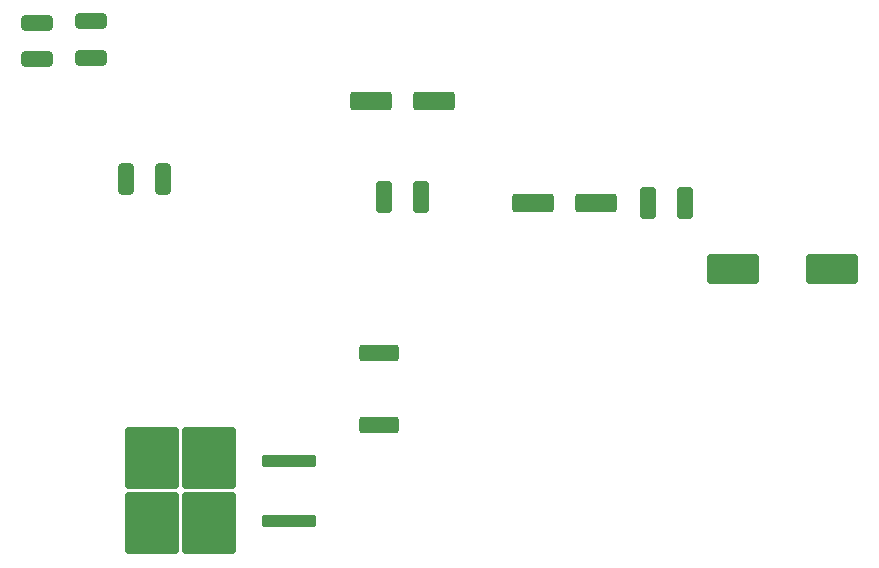
<source format=gbr>
%TF.GenerationSoftware,KiCad,Pcbnew,7.0.10*%
%TF.CreationDate,2024-02-16T16:08:38+01:00*%
%TF.ProjectId,arenaPCBv1,6172656e-6150-4434-9276-312e6b696361,rev?*%
%TF.SameCoordinates,Original*%
%TF.FileFunction,Paste,Top*%
%TF.FilePolarity,Positive*%
%FSLAX46Y46*%
G04 Gerber Fmt 4.6, Leading zero omitted, Abs format (unit mm)*
G04 Created by KiCad (PCBNEW 7.0.10) date 2024-02-16 16:08:38*
%MOMM*%
%LPD*%
G01*
G04 APERTURE LIST*
G04 Aperture macros list*
%AMRoundRect*
0 Rectangle with rounded corners*
0 $1 Rounding radius*
0 $2 $3 $4 $5 $6 $7 $8 $9 X,Y pos of 4 corners*
0 Add a 4 corners polygon primitive as box body*
4,1,4,$2,$3,$4,$5,$6,$7,$8,$9,$2,$3,0*
0 Add four circle primitives for the rounded corners*
1,1,$1+$1,$2,$3*
1,1,$1+$1,$4,$5*
1,1,$1+$1,$6,$7*
1,1,$1+$1,$8,$9*
0 Add four rect primitives between the rounded corners*
20,1,$1+$1,$2,$3,$4,$5,0*
20,1,$1+$1,$4,$5,$6,$7,0*
20,1,$1+$1,$6,$7,$8,$9,0*
20,1,$1+$1,$8,$9,$2,$3,0*%
G04 Aperture macros list end*
%ADD10RoundRect,0.250000X0.400000X1.075000X-0.400000X1.075000X-0.400000X-1.075000X0.400000X-1.075000X0*%
%ADD11RoundRect,0.250000X-1.075000X0.400000X-1.075000X-0.400000X1.075000X-0.400000X1.075000X0.400000X0*%
%ADD12RoundRect,0.249999X-1.425001X0.450001X-1.425001X-0.450001X1.425001X-0.450001X1.425001X0.450001X0*%
%ADD13RoundRect,0.250000X2.050000X0.300000X-2.050000X0.300000X-2.050000X-0.300000X2.050000X-0.300000X0*%
%ADD14RoundRect,0.250000X2.025000X2.375000X-2.025000X2.375000X-2.025000X-2.375000X2.025000X-2.375000X0*%
%ADD15RoundRect,0.250000X1.500000X0.550000X-1.500000X0.550000X-1.500000X-0.550000X1.500000X-0.550000X0*%
%ADD16RoundRect,0.250000X0.412500X1.100000X-0.412500X1.100000X-0.412500X-1.100000X0.412500X-1.100000X0*%
%ADD17RoundRect,0.250000X-0.412500X-1.100000X0.412500X-1.100000X0.412500X1.100000X-0.412500X1.100000X0*%
%ADD18RoundRect,0.250000X-1.950000X-1.000000X1.950000X-1.000000X1.950000X1.000000X-1.950000X1.000000X0*%
G04 APERTURE END LIST*
D10*
%TO.C,R4*%
X128524000Y-74168000D03*
X125424000Y-74168000D03*
%TD*%
D11*
%TO.C,R3*%
X117856000Y-60934000D03*
X117856000Y-64034000D03*
%TD*%
%TO.C,R2*%
X122428000Y-63907000D03*
X122428000Y-60807000D03*
%TD*%
D12*
%TO.C,R1*%
X146812000Y-88900000D03*
X146812000Y-95000000D03*
%TD*%
D13*
%TO.C,D1*%
X139210000Y-103105000D03*
X139210000Y-98025000D03*
D14*
X127635000Y-97790000D03*
X132485000Y-103340000D03*
X127635000Y-103340000D03*
X132485000Y-97790000D03*
%TD*%
D15*
%TO.C,C6*%
X146144000Y-67564000D03*
X151544000Y-67564000D03*
%TD*%
D16*
%TO.C,C5*%
X150406500Y-75692000D03*
X147281500Y-75692000D03*
%TD*%
D17*
%TO.C,C4*%
X172720000Y-76200000D03*
X169595000Y-76200000D03*
%TD*%
D15*
%TO.C,C3*%
X159860000Y-76200000D03*
X165260000Y-76200000D03*
%TD*%
D18*
%TO.C,C2*%
X176784000Y-81788000D03*
X185184000Y-81788000D03*
%TD*%
M02*

</source>
